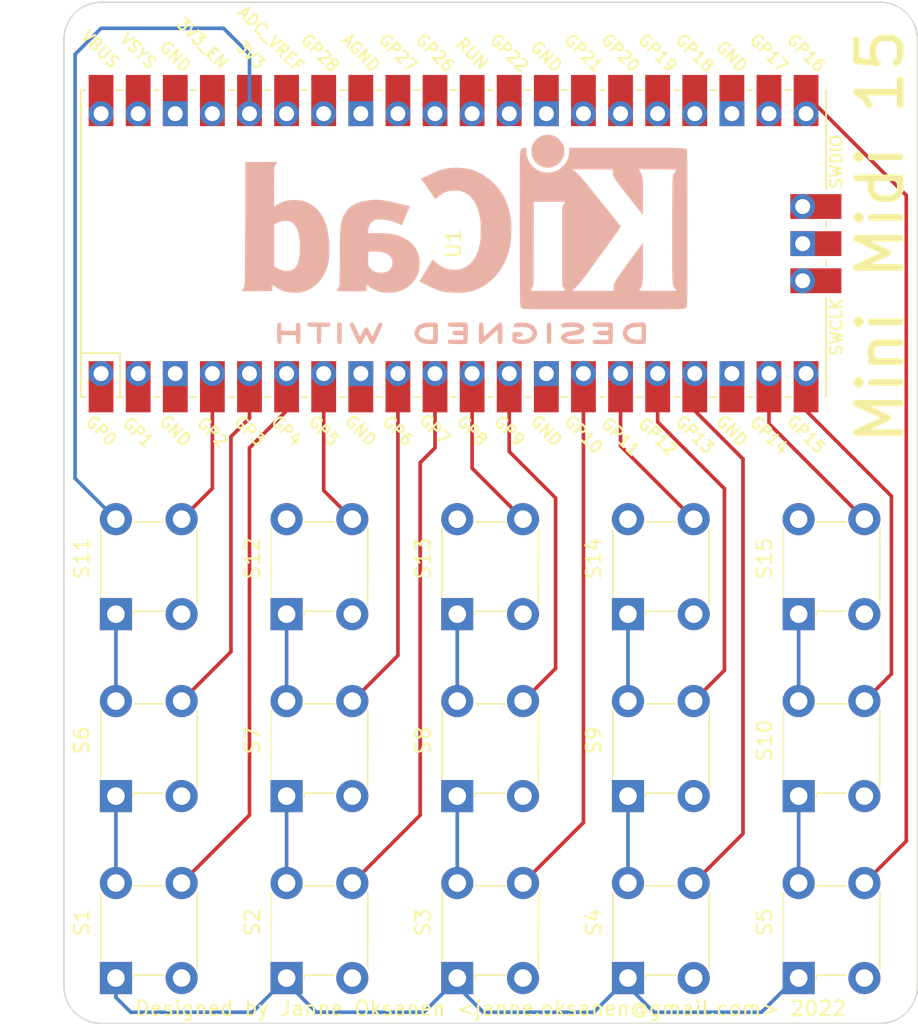
<source format=kicad_pcb>
(kicad_pcb (version 20211014) (generator pcbnew)
  (layers (0 "F.Cu" signal) (31 "B.Cu" signal) (34 "B.Paste" user) (35 "F.Paste" user) (36 "B.SilkS" user "B.Silkscreen") (37 "F.SilkS" user "F.Silkscreen") (38 "B.Mask" user) (39 "F.Mask" user) (44 "Edge.Cuts" user))
  (net 0 "")
  (net 1 "Net-(S1-Pad1)")
  (net 2 "Net-(S1-Pad2)")
  (net 3 "Net-(S2-Pad2)")
  (net 4 "Net-(S4-Pad2)")
  (net 5 "Net-(S10-Pad2)")
  (net 6 "Net-(S11-Pad2)")
  (net 34 "Net-(S1-Pad4)")
  (net 36 "Net-(S2-Pad4)")
  (net 38 "Net-(S3-Pad2)")
  (net 39 "Net-(S3-Pad4)")
  (net 41 "Net-(S4-Pad4)")
  (net 43 "Net-(S10-Pad1)")
  (net 44 "Net-(S5-Pad4)")
  (net 46 "Net-(S11-Pad1)")
  (net 47 "Net-(S6-Pad4)")
  (net 49 "Net-(S12-Pad1)")
  (net 50 "Net-(S7-Pad4)")
  (net 52 "Net-(S13-Pad1)")
  (net 53 "Net-(S8-Pad4)")
  (net 55 "Net-(S14-Pad1)")
  (net 56 "Net-(S9-Pad4)")
  (net 58 "Net-(S10-Pad4)")
  (net 60 "Net-(S11-Pad4)")
  (net 63 "Net-(S12-Pad4)")
  (net 66 "Net-(S13-Pad4)")
  (net 69 "Net-(S14-Pad4)")
  (net 72 "Net-(S15-Pad4)")
  (footprint "digikey-footprints:Switch_Tactile_THT_6x6mm" (layer "F.Cu") (at 89.154 122.63 90)
    (fp_text reference "S3" (at 3.81 -2.3368 90) (layer "F.SilkS"))
    (fp_text value "1825910-6")
    (pad "1" thru_hole rect locked (at 0 0 90) (size 2.2 2.2) (drill 1.2) (layers *.Cu *.Mask) (net 1 "Net-(S1-Pad1)"))
    (pad "2" thru_hole circle locked (at 6.5 0 90) (size 2.2 2.2) (drill 1.2) (layers *.Cu *.Mask) (net 38 "Net-(S3-Pad2)"))
    (pad "3" thru_hole circle locked (at 0 4.5 90) (size 2.2 2.2) (drill 1.2) (layers *.Cu *.Mask))
    (pad "4" thru_hole circle locked (at 6.5 4.5 90) (size 2.2 2.2) (drill 1.2) (layers *.Cu *.Mask) (net 39 "Net-(S3-Pad4)"))
  )
  (footprint "digikey-footprints:Switch_Tactile_THT_6x6mm" (layer "F.Cu") (at 112.522 110.184 90)
    (fp_text reference "S10" (at 3.81 -2.3368 90) (layer "F.SilkS"))
    (fp_text value "1825910-6")
    (pad "1" thru_hole rect locked (at 0 0 90) (size 2.2 2.2) (drill 1.2) (layers *.Cu *.Mask) (net 43 "Net-(S10-Pad1)"))
    (pad "2" thru_hole circle locked (at 6.5 0 90) (size 2.2 2.2) (drill 1.2) (layers *.Cu *.Mask) (net 5 "Net-(S10-Pad2)"))
    (pad "3" thru_hole circle locked (at 0 4.5 90) (size 2.2 2.2) (drill 1.2) (layers *.Cu *.Mask))
    (pad "4" thru_hole circle locked (at 6.5 4.5 90) (size 2.2 2.2) (drill 1.2) (layers *.Cu *.Mask) (net 58 "Net-(S10-Pad4)"))
  )
  (footprint "digikey-footprints:Switch_Tactile_THT_6x6mm" (layer "F.Cu") (at 100.838 122.63 90)
    (fp_text reference "S4" (at 3.81 -2.3368 90) (layer "F.SilkS"))
    (fp_text value "1825910-6")
    (pad "1" thru_hole rect locked (at 0 0 90) (size 2.2 2.2) (drill 1.2) (layers *.Cu *.Mask) (net 1 "Net-(S1-Pad1)"))
    (pad "2" thru_hole circle locked (at 6.5 0 90) (size 2.2 2.2) (drill 1.2) (layers *.Cu *.Mask) (net 4 "Net-(S4-Pad2)"))
    (pad "3" thru_hole circle locked (at 0 4.5 90) (size 2.2 2.2) (drill 1.2) (layers *.Cu *.Mask))
    (pad "4" thru_hole circle locked (at 6.5 4.5 90) (size 2.2 2.2) (drill 1.2) (layers *.Cu *.Mask) (net 41 "Net-(S4-Pad4)"))
  )
  (footprint "digikey-footprints:Switch_Tactile_THT_6x6mm" (layer "F.Cu") (at 89.154 110.184 90)
    (fp_text reference "S8" (at 3.81 -2.3368 90) (layer "F.SilkS"))
    (fp_text value "1825910-6")
    (pad "1" thru_hole rect locked (at 0 0 90) (size 2.2 2.2) (drill 1.2) (layers *.Cu *.Mask) (net 38 "Net-(S3-Pad2)"))
    (pad "2" thru_hole circle locked (at 6.5 0 90) (size 2.2 2.2) (drill 1.2) (layers *.Cu *.Mask) (net 52 "Net-(S13-Pad1)"))
    (pad "3" thru_hole circle locked (at 0 4.5 90) (size 2.2 2.2) (drill 1.2) (layers *.Cu *.Mask))
    (pad "4" thru_hole circle locked (at 6.5 4.5 90) (size 2.2 2.2) (drill 1.2) (layers *.Cu *.Mask) (net 53 "Net-(S8-Pad4)"))
  )
  (footprint "digikey-footprints:Switch_Tactile_THT_6x6mm" (layer "F.Cu") (at 65.786 97.738 90)
    (fp_text reference "S11" (at 3.81 -2.3368 90) (layer "F.SilkS"))
    (fp_text value "1825910-6")
    (pad "1" thru_hole rect locked (at 0 0 90) (size 2.2 2.2) (drill 1.2) (layers *.Cu *.Mask) (net 46 "Net-(S11-Pad1)"))
    (pad "2" thru_hole circle locked (at 6.5 0 90) (size 2.2 2.2) (drill 1.2) (layers *.Cu *.Mask) (net 6 "Net-(S11-Pad2)"))
    (pad "3" thru_hole circle locked (at 0 4.5 90) (size 2.2 2.2) (drill 1.2) (layers *.Cu *.Mask))
    (pad "4" thru_hole circle locked (at 6.5 4.5 90) (size 2.2 2.2) (drill 1.2) (layers *.Cu *.Mask) (net 60 "Net-(S11-Pad4)"))
  )
  (footprint "digikey-footprints:Switch_Tactile_THT_6x6mm" (layer "F.Cu") (at 77.47 122.63 90)
    (fp_text reference "S2" (at 3.81 -2.3368 90) (layer "F.SilkS"))
    (fp_text value "1825910-6")
    (pad "1" thru_hole rect locked (at 0 0 90) (size 2.2 2.2) (drill 1.2) (layers *.Cu *.Mask) (net 1 "Net-(S1-Pad1)"))
    (pad "2" thru_hole circle locked (at 6.5 0 90) (size 2.2 2.2) (drill 1.2) (layers *.Cu *.Mask) (net 3 "Net-(S2-Pad2)"))
    (pad "3" thru_hole circle locked (at 0 4.5 90) (size 2.2 2.2) (drill 1.2) (layers *.Cu *.Mask))
    (pad "4" thru_hole circle locked (at 6.5 4.5 90) (size 2.2 2.2) (drill 1.2) (layers *.Cu *.Mask) (net 36 "Net-(S2-Pad4)"))
  )
  (footprint "digikey-footprints:Switch_Tactile_THT_6x6mm" (layer "F.Cu") (at 112.522 97.738 90)
    (fp_text reference "S15" (at 3.81 -2.3368 90) (layer "F.SilkS"))
    (fp_text value "1825910-6")
    (pad "1" thru_hole rect locked (at 0 0 90) (size 2.2 2.2) (drill 1.2) (layers *.Cu *.Mask) (net 5 "Net-(S10-Pad2)"))
    (pad "2" thru_hole circle locked (at 6.5 0 90) (size 2.2 2.2) (drill 1.2) (layers *.Cu *.Mask))
    (pad "3" thru_hole circle locked (at 0 4.5 90) (size 2.2 2.2) (drill 1.2) (layers *.Cu *.Mask))
    (pad "4" thru_hole circle locked (at 6.5 4.5 90) (size 2.2 2.2) (drill 1.2) (layers *.Cu *.Mask) (net 72 "Net-(S15-Pad4)"))
  )
  (footprint "digikey-footprints:Switch_Tactile_THT_6x6mm" (layer "F.Cu") (at 100.838 97.738 90)
    (fp_text reference "S14" (at 3.81 -2.3368 90) (layer "F.SilkS"))
    (fp_text value "1825910-6")
    (pad "1" thru_hole rect locked (at 0 0 90) (size 2.2 2.2) (drill 1.2) (layers *.Cu *.Mask) (net 55 "Net-(S14-Pad1)"))
    (pad "2" thru_hole circle locked (at 6.5 0 90) (size 2.2 2.2) (drill 1.2) (layers *.Cu *.Mask))
    (pad "3" thru_hole circle locked (at 0 4.5 90) (size 2.2 2.2) (drill 1.2) (layers *.Cu *.Mask))
    (pad "4" thru_hole circle locked (at 6.5 4.5 90) (size 2.2 2.2) (drill 1.2) (layers *.Cu *.Mask) (net 69 "Net-(S14-Pad4)"))
  )
  (footprint "digikey-footprints:Switch_Tactile_THT_6x6mm" (layer "F.Cu") (at 100.838 110.184 90)
    (fp_text reference "S9" (at 3.81 -2.3368 90) (layer "F.SilkS"))
    (fp_text value "1825910-6")
    (pad "1" thru_hole rect locked (at 0 0 90) (size 2.2 2.2) (drill 1.2) (layers *.Cu *.Mask) (net 4 "Net-(S4-Pad2)"))
    (pad "2" thru_hole circle locked (at 6.5 0 90) (size 2.2 2.2) (drill 1.2) (layers *.Cu *.Mask) (net 55 "Net-(S14-Pad1)"))
    (pad "3" thru_hole circle locked (at 0 4.5 90) (size 2.2 2.2) (drill 1.2) (layers *.Cu *.Mask))
    (pad "4" thru_hole circle locked (at 6.5 4.5 90) (size 2.2 2.2) (drill 1.2) (layers *.Cu *.Mask) (net 56 "Net-(S9-Pad4)"))
  )
  (footprint "digikey-footprints:Switch_Tactile_THT_6x6mm" (layer "F.Cu") (at 77.47 110.184 90)
    (fp_text reference "S7" (at 3.81 -2.3368 90) (layer "F.SilkS"))
    (fp_text value "1825910-6")
    (pad "1" thru_hole rect locked (at 0 0 90) (size 2.2 2.2) (drill 1.2) (layers *.Cu *.Mask) (net 3 "Net-(S2-Pad2)"))
    (pad "2" thru_hole circle locked (at 6.5 0 90) (size 2.2 2.2) (drill 1.2) (layers *.Cu *.Mask) (net 49 "Net-(S12-Pad1)"))
    (pad "3" thru_hole circle locked (at 0 4.5 90) (size 2.2 2.2) (drill 1.2) (layers *.Cu *.Mask))
    (pad "4" thru_hole circle locked (at 6.5 4.5 90) (size 2.2 2.2) (drill 1.2) (layers *.Cu *.Mask) (net 50 "Net-(S7-Pad4)"))
  )
  (footprint "digikey-footprints:Switch_Tactile_THT_6x6mm" (layer "F.Cu") (at 77.47 97.738 90)
    (fp_text reference "S12" (at 3.81 -2.3368 90) (layer "F.SilkS"))
    (fp_text value "1825910-6")
    (pad "1" thru_hole rect locked (at 0 0 90) (size 2.2 2.2) (drill 1.2) (layers *.Cu *.Mask) (net 49 "Net-(S12-Pad1)"))
    (pad "2" thru_hole circle locked (at 6.5 0 90) (size 2.2 2.2) (drill 1.2) (layers *.Cu *.Mask))
    (pad "3" thru_hole circle locked (at 0 4.5 90) (size 2.2 2.2) (drill 1.2) (layers *.Cu *.Mask))
    (pad "4" thru_hole circle locked (at 6.5 4.5 90) (size 2.2 2.2) (drill 1.2) (layers *.Cu *.Mask) (net 63 "Net-(S12-Pad4)"))
  )
  (footprint "MCU_RaspberryPi_and_Boards:RPi_Pico_SMD_TH" (layer "F.Cu") (at 88.9 72.39 90)
    (fp_text reference "U1" (at 0 0 90) (layer "F.SilkS"))
    (fp_text value "Pico")
    (fp_text user "GP9" (at -12.8 3.81 135) (layer "F.SilkS") (effects (font (size 0.8 0.8))))
    (fp_text user "GP20" (at 13.054 11.43 135) (layer "F.SilkS") (effects (font (size 0.8 0.8))))
    (fp_text user "GND" (at 12.8 6.35 135) (layer "F.SilkS") (effects (font (size 0.8 0.8))))
    (fp_text user "GP21" (at 13.054 8.9 135) (layer "F.SilkS") (effects (font (size 0.8 0.8))))
    (fp_text user "3V3_EN" (at 13.7 -17.2 135) (layer "F.SilkS") (effects (font (size 0.8 0.8))))
    (fp_text user "VBUS" (at 13.3 -24.2 135) (layer "F.SilkS") (effects (font (size 0.8 0.8))))
    (fp_text user "SWCLK" (at -5.7 26.2 90) (layer "F.SilkS") (effects (font (size 0.8 0.8))))
    (fp_text user "GP4" (at -12.8 -11.43 135) (layer "F.SilkS") (effects (font (size 0.8 0.8))))
    (fp_text user "GP12" (at -13.2 13.97 135) (layer "F.SilkS") (effects (font (size 0.8 0.8))))
    (fp_text user "GP27" (at 13.054 -3.8 135) (layer "F.SilkS") (effects (font (size 0.8 0.8))))
    (fp_text user "GND" (at -12.8 -19.05 135) (layer "F.SilkS") (effects (font (size 0.8 0.8))))
    (fp_text user "GP14" (at -13.1 21.59 135) (layer "F.SilkS") (effects (font (size 0.8 0.8))))
    (fp_text user "GP2" (at -12.9 -16.51 135) (layer "F.SilkS") (effects (font (size 0.8 0.8))))
    (fp_text user "GP16" (at 13.054 24.13 135) (layer "F.SilkS") (effects (font (size 0.8 0.8))))
    (fp_text user "VSYS" (at 13.2 -21.59 135) (layer "F.SilkS") (effects (font (size 0.8 0.8))))
    (fp_text user "GP6" (at -12.8 -3.81 135) (layer "F.SilkS") (effects (font (size 0.8 0.8))))
    (fp_text user "RUN" (at 13 1.27 135) (layer "F.SilkS") (effects (font (size 0.8 0.8))))
    (fp_text user "GP19" (at 13.054 13.97 135) (layer "F.SilkS") (effects (font (size 0.8 0.8))))
    (fp_text user "SWDIO" (at 5.6 26.2 90) (layer "F.SilkS") (effects (font (size 0.8 0.8))))
    (fp_text user "GP28" (at 13.054 -9.144 135) (layer "F.SilkS") (effects (font (size 0.8 0.8))))
    (fp_text user "GP10" (at -13.054 8.89 135) (layer "F.SilkS") (effects (font (size 0.8 0.8))))
    (fp_text user "3V3" (at 12.9 -13.9 135) (layer "F.SilkS") (effects (font (size 0.8 0.8))))
    (fp_text user "GP1" (at -12.9 -21.6 135) (layer "F.SilkS") (effects (font (size 0.8 0.8))))
    (fp_text user "GP8" (at -12.8 1.27 135) (layer "F.SilkS") (effects (font (size 0.8 0.8))))
    (fp_text user "GP0" (at -12.8 -24.13 135) (layer "F.SilkS") (effects (font (size 0.8 0.8))))
    (fp_text user "GP5" (at -12.8 -8.89 135) (layer "F.SilkS") (effects (font (size 0.8 0.8))))
    (fp_text user "GP3" (at -12.8 -13.97 135) (layer "F.SilkS") (effects (font (size 0.8 0.8))))
    (fp_text user "GND" (at -12.8 -6.35 135) (layer "F.SilkS") (effects (font (size 0.8 0.8))))
    (fp_text user "GP26" (at 13.054 -1.27 135) (layer "F.SilkS") (effects (font (size 0.8 0.8))))
    (fp_text user "GND" (at 12.8 19.05 135) (layer "F.SilkS") (effects (font (size 0.8 0.8))))
    (fp_text user "GND" (at -12.8 19.05 135) (layer "F.SilkS") (effects (font (size 0.8 0.8))))
    (fp_text user "AGND" (at 13.054 -6.35 135) (layer "F.SilkS") (effects (font (size 0.8 0.8))))
    (fp_text user "GP17" (at 13.054 21.59 135) (layer "F.SilkS") (effects (font (size 0.8 0.8))))
    (fp_text user "GP7" (at -12.7 -1.3 135) (layer "F.SilkS") (effects (font (size 0.8 0.8))))
    (fp_text user "ADC_VREF" (at 14 -12.5 135) (layer "F.SilkS") (effects (font (size 0.8 0.8))))
    (fp_text user "GND" (at -12.8 6.35 135) (layer "F.SilkS") (effects (font (size 0.8 0.8))))
    (fp_text user "GP15" (at -13.054 24.13 135) (layer "F.SilkS") (effects (font (size 0.8 0.8))))
    (fp_text user "GP11" (at -13.2 11.43 135) (layer "F.SilkS") (effects (font (size 0.8 0.8))))
    (fp_text user "GP18" (at 13.054 16.51 135) (layer "F.SilkS") (effects (font (size 0.8 0.8))))
    (fp_text user "GND" (at 12.8 -19.05 135) (layer "F.SilkS") (effects (font (size 0.8 0.8))))
    (fp_text user "GP13" (at -13.054 16.51 135) (layer "F.SilkS") (effects (font (size 0.8 0.8))))
    (fp_text user "GP22" (at 13.054 3.81 135) (layer "F.SilkS") (effects (font (size 0.8 0.8))))
    (pad "" np_thru_hole oval locked (at -2.425 -20.97 90) (size 1.5 1.5) (drill 1.5) (layers *.Cu *.Mask))
    (pad "" np_thru_hole oval locked (at -2.725 -24 90) (size 1.8 1.8) (drill 1.8) (layers *.Cu *.Mask))
    (pad "" np_thru_hole oval locked (at 2.725 -24 90) (size 1.8 1.8) (drill 1.8) (layers *.Cu *.Mask))
    (pad "" np_thru_hole oval locked (at 2.425 -20.97 90) (size 1.5 1.5) (drill 1.5) (layers *.Cu *.Mask))
    (pad "1" thru_hole oval locked (at -8.89 -24.13 90) (size 1.7 1.7) (drill 1.02) (layers *.Cu *.Mask))
    (pad "1" smd rect locked (at -8.89 -24.13 90) (size 3.5 1.7) (drill (offset -0.9 0)) (layers "F.Cu" "F.Mask"))
    (pad "2" smd rect locked (at -8.89 -21.59 90) (size 3.5 1.7) (drill (offset -0.9 0)) (layers "F.Cu" "F.Mask"))
    (pad "2" thru_hole oval locked (at -8.89 -21.59 90) (size 1.7 1.7) (drill 1.02) (layers *.Cu *.Mask))
    (pad "3" smd rect locked (at -8.89 -19.05 90) (size 3.5 1.7) (drill (offset -0.9 0)) (layers "F.Cu" "F.Mask"))
    (pad "3" thru_hole rect locked (at -8.89 -19.05 90) (size 1.7 1.7) (drill 1.02) (layers *.Cu *.Mask))
    (pad "4" thru_hole oval locked (at -8.89 -16.51 90) (size 1.7 1.7) (drill 1.02) (layers *.Cu *.Mask) (net 60 "Net-(S11-Pad4)"))
    (pad "4" smd rect locked (at -8.89 -16.51 90) (size 3.5 1.7) (drill (offset -0.9 0)) (layers "F.Cu" "F.Mask") (net 60 "Net-(S11-Pad4)"))
    (pad "5" thru_hole oval locked (at -8.89 -13.97 90) (size 1.7 1.7) (drill 1.02) (layers *.Cu *.Mask) (net 47 "Net-(S6-Pad4)"))
    (pad "5" smd rect locked (at -8.89 -13.97 90) (size 3.5 1.7) (drill (offset -0.9 0)) (layers "F.Cu" "F.Mask") (net 47 "Net-(S6-Pad4)"))
    (pad "6" smd rect locked (at -8.89 -11.43 90) (size 3.5 1.7) (drill (offset -0.9 0)) (layers "F.Cu" "F.Mask") (net 34 "Net-(S1-Pad4)"))
    (pad "6" thru_hole oval locked (at -8.89 -11.43 90) (size 1.7 1.7) (drill 1.02) (layers *.Cu *.Mask) (net 34 "Net-(S1-Pad4)"))
    (pad "7" smd rect locked (at -8.89 -8.89 90) (size 3.5 1.7) (drill (offset -0.9 0)) (layers "F.Cu" "F.Mask") (net 63 "Net-(S12-Pad4)"))
    (pad "7" thru_hole oval locked (at -8.89 -8.89 90) (size 1.7 1.7) (drill 1.02) (layers *.Cu *.Mask) (net 63 "Net-(S12-Pad4)"))
    (pad "8" thru_hole rect locked (at -8.89 -6.35 90) (size 1.7 1.7) (drill 1.02) (layers *.Cu *.Mask))
    (pad "8" smd rect locked (at -8.89 -6.35 90) (size 3.5 1.7) (drill (offset -0.9 0)) (layers "F.Cu" "F.Mask"))
    (pad "9" smd rect locked (at -8.89 -3.81 90) (size 3.5 1.7) (drill (offset -0.9 0)) (layers "F.Cu" "F.Mask") (net 50 "Net-(S7-Pad4)"))
    (pad "9" thru_hole oval locked (at -8.89 -3.81 90) (size 1.7 1.7) (drill 1.02) (layers *.Cu *.Mask) (net 50 "Net-(S7-Pad4)"))
    (pad "10" thru_hole oval locked (at -8.89 -1.27 90) (size 1.7 1.7) (drill 1.02) (layers *.Cu *.Mask) (net 36 "Net-(S2-Pad4)"))
    (pad "10" smd rect locked (at -8.89 -1.27 90) (size 3.5 1.7) (drill (offset -0.9 0)) (layers "F.Cu" "F.Mask") (net 36 "Net-(S2-Pad4)"))
    (pad "11" thru_hole oval locked (at -8.89 1.27 90) (size 1.7 1.7) (drill 1.02) (layers *.Cu *.Mask) (net 66 "Net-(S13-Pad4)"))
    (pad "11" smd rect locked (at -8.89 1.27 90) (size 3.5 1.7) (drill (offset -0.9 0)) (layers "F.Cu" "F.Mask") (net 66 "Net-(S13-Pad4)"))
    (pad "12" thru_hole oval locked (at -8.89 3.81 90) (size 1.7 1.7) (drill 1.02) (layers *.Cu *.Mask) (net 53 "Net-(S8-Pad4)"))
    (pad "12" smd rect locked (at -8.89 3.81 90) (size 3.5 1.7) (drill (offset -0.9 0)) (layers "F.Cu" "F.Mask") (net 53 "Net-(S8-Pad4)"))
    (pad "13" smd rect locked (at -8.89 6.35 90) (size 3.5 1.7) (drill (offset -0.9 0)) (layers "F.Cu" "F.Mask"))
    (pad "13" thru_hole rect locked (at -8.89 6.35 90) (size 1.7 1.7) (drill 1.02) (layers *.Cu *.Mask))
    (pad "14" thru_hole oval locked (at -8.89 8.89 90) (size 1.7 1.7) (drill 1.02) (layers *.Cu *.Mask) (net 39 "Net-(S3-Pad4)"))
    (pad "14" smd rect locked (at -8.89 8.89 90) (size 3.5 1.7) (drill (offset -0.9 0)) (layers "F.Cu" "F.Mask") (net 39 "Net-(S3-Pad4)"))
    (pad "15" thru_hole oval locked (at -8.89 11.43 90) (size 1.7 1.7) (drill 1.02) (layers *.Cu *.Mask) (net 69 "Net-(S14-Pad4)"))
    (pad "15" smd rect locked (at -8.89 11.43 90) (size 3.5 1.7) (drill (offset -0.9 0)) (layers "F.Cu" "F.Mask") (net 69 "Net-(S14-Pad4)"))
    (pad "16" thru_hole oval locked (at -8.89 13.97 90) (size 1.7 1.7) (drill 1.02) (layers *.Cu *.Mask) (net 56 "Net-(S9-Pad4)"))
    (pad "16" smd rect locked (at -8.89 13.97 90) (size 3.5 1.7) (drill (offset -0.9 0)) (layers "F.Cu" "F.Mask") (net 56 "Net-(S9-Pad4)"))
    (pad "17" smd rect locked (at -8.89 16.51 90) (size 3.5 1.7) (drill (offset -0.9 0)) (layers "F.Cu" "F.Mask") (net 41 "Net-(S4-Pad4)"))
    (pad "17" thru_hole oval locked (at -8.89 16.51 90) (size 1.7 1.7) (drill 1.02) (layers *.Cu *.Mask) (net 41 "Net-(S4-Pad4)"))
    (pad "18" smd rect locked (at -8.89 19.05 90) (size 3.5 1.7) (drill (offset -0.9 0)) (layers "F.Cu" "F.Mask"))
    (pad "18" thru_hole rect locked (at -8.89 19.05 90) (size 1.7 1.7) (drill 1.02) (layers *.Cu *.Mask))
    (pad "19" thru_hole oval locked (at -8.89 21.59 90) (size 1.7 1.7) (drill 1.02) (layers *.Cu *.Mask) (net 72 "Net-(S15-Pad4)"))
    (pad "19" smd rect locked (at -8.89 21.59 90) (size 3.5 1.7) (drill (offset -0.9 0)) (layers "F.Cu" "F.Mask") (net 72 "Net-(S15-Pad4)"))
    (pad "20" smd rect locked (at -8.89 24.13 90) (size 3.5 1.7) (drill (offset -0.9 0)) (layers "F.Cu" "F.Mask") (net 58 "Net-(S10-Pad4)"))
    (pad "20" thru_hole oval locked (at -8.89 24.13 90) (size 1.7 1.7) (drill 1.02) (layers *.Cu *.Mask) (net 58 "Net-(S10-Pad4)"))
    (pad "21" thru_hole oval locked (at 8.89 24.13 90) (size 1.7 1.7) (drill 1.02) (layers *.Cu *.Mask) (net 44 "Net-(S5-Pad4)"))
    (pad "21" smd rect locked (at 8.89 24.13 90) (size 3.5 1.7) (drill (offset 0.9 0)) (layers "F.Cu" "F.Mask") (net 44 "Net-(S5-Pad4)"))
    (pad "22" thru_hole oval locked (at 8.89 21.59 90) (size 1.7 1.7) (drill 1.02) (layers *.Cu *.Mask))
    (pad "22" smd rect locked (at 8.89 21.59 90) (size 3.5 1.7) (drill (offset 0.9 0)) (layers "F.Cu" "F.Mask"))
    (pad "23" thru_hole rect locked (at 8.89 19.05 90) (size 1.7 1.7) (drill 1.02) (layers *.Cu *.Mask))
    (pad "23" smd rect locked (at 8.89 19.05 90) (size 3.5 1.7) (drill (offset 0.9 0)) (layers "F.Cu" "F.Mask"))
    (pad "24" thru_hole oval locked (at 8.89 16.51 90) (size 1.7 1.7) (drill 1.02) (layers *.Cu *.Mask))
    (pad "24" smd rect locked (at 8.89 16.51 90) (size 3.5 1.7) (drill (offset 0.9 0)) (layers "F.Cu" "F.Mask"))
    (pad "25" thru_hole oval locked (at 8.89 13.97 90) (size 1.7 1.7) (drill 1.02) (layers *.Cu *.Mask))
    (pad "25" smd rect locked (at 8.89 13.97 90) (size 3.5 1.7) (drill (offset 0.9 0)) (layers "F.Cu" "F.Mask"))
    (pad "26" smd rect locked (at 8.89 11.43 90) (size 3.5 1.7) (drill (offset 0.9 0)) (layers "F.Cu" "F.Mask"))
    (pad "26" thru_hole oval locked (at 8.89 11.43 90) (size 1.7 1.7) (drill 1.02) (layers *.Cu *.Mask))
    (pad "27" smd rect locked (at 8.89 8.89 90) (size 3.5 1.7) (drill (offset 0.9 0)) (layers "F.Cu" "F.Mask"))
    (pad "27" thru_hole oval locked (at 8.89 8.89 90) (size 1.7 1.7) (drill 1.02) (layers *.Cu *.Mask))
    (pad "28" thru_hole rect locked (at 8.89 6.35 90) (size 1.7 1.7) (drill 1.02) (layers *.Cu *.Mask))
    (pad "28" smd rect locked (at 8.89 6.35 90) (size 3.5 1.7) (drill (offset 0.9 0)) (layers "F.Cu" "F.Mask"))
    (pad "29" smd rect locked (at 8.89 3.81 90) (size 3.5 1.7) (drill (offset 0.9 0)) (layers "F.Cu" "F.Mask"))
    (pad "29" thru_hole oval locked (at 8.89 3.81 90) (size 1.7 1.7) (drill 1.02) (layers *.Cu *.Mask))
    (pad "30" thru_hole oval locked (at 8.89 1.27 90) (size 1.7 1.7) (drill 1.02) (layers *.Cu *.Mask))
    (pad "30" smd rect locked (at 8.89 1.27 90) (size 3.5 1.7) (drill (offset 0.9 0)) (layers "F.Cu" "F.Mask"))
    (pad "31" smd rect locked (at 8.89 -1.27 90) (size 3.5 1.7) (drill (offset 0.9 0)) (layers "F.Cu" "F.Mask"))
    (pad "31" thru_hole oval locked (at 8.89 -1.27 90) (size 1.7 1.7) (drill 1.02) (layers *.Cu *.Mask))
    (pad "32" smd rect locked (at 8.89 -3.81 90) (size 3.5 1.7) (drill (offset 0.9 0)) (layers "F.Cu" "F.Mask"))
    (pad "32" thru_hole oval locked (at 8.89 -3.81 90) (size 1.7 1.7) (drill 1.02) (layers *.Cu *.Mask))
    (pad "33" thru_hole rect locked (at 8.89 -6.35 90) (size 1.7 1.7) (drill 1.02) (layers *.Cu *.Mask))
    (pad "33" smd rect locked (at 8.89 -6.35 90) (size 3.5 1.7) (drill (offset 0.9 0)) (layers "F.Cu" "F.Mask"))
    (pad "34" smd rect locked (at 8.89 -8.89 90) (size 3.5 1.7) (drill (offset 0.9 0)) (layers "F.Cu" "F.Mask"))
    (pad "34" thru_hole oval locked (at 8.89 -8.89 90) (size 1.7 1.7) (drill 1.02) (layers *.Cu *.Mask))
    (pad "35" thru_hole oval locked (at 8.89 -11.43 90) (size 1.7 1.7) (drill 1.02) (layers *.Cu *.Mask))
    (pad "35" smd rect locked (at 8.89 -11.43 90) (size 3.5 1.7) (drill (offset 0.9 0)) (layers "F.Cu" "F.Mask"))
    (pad "36" thru_hole oval locked (at 8.89 -13.97 90) (size 1.7 1.7) (drill 1.02) (layers *.Cu *.Mask) (net 6 "Net-(S11-Pad2)"))
    (pad "36" smd rect locked (at 8.89 -13.97 90) (size 3.5 1.7) (drill (offset 0.9 0)) (layers "F.Cu" "F.Mask") (net 6 "Net-(S11-Pad2)"))
    (pad "37" thru_hole oval locked (at 8.89 -16.51 90) (size 1.7 1.7) (drill 1.02) (layers *.Cu *.Mask))
    (pad "37" smd rect locked (at 8.89 -16.51 90) (size 3.5 1.7) (drill (offset 0.9 0)) (layers "F.Cu" "F.Mask"))
    (pad "38" thru_hole rect locked (at 8.89 -19.05 90) (size 1.7 1.7) (drill 1.02) (layers *.Cu *.Mask))
    (pad "38" smd rect locked (at 8.89 -19.05 90) (size 3.5 1.7) (drill (offset 0.9 0)) (layers "F.Cu" "F.Mask"))
    (pad "39" thru_hole oval locked (at 8.89 -21.59 90) (size 1.7 1.7) (drill 1.02) (layers *.Cu *.Mask))
    (pad "39" smd rect locked (at 8.89 -21.59 90) (size 3.5 1.7) (drill (offset 0.9 0)) (layers "F.Cu" "F.Mask"))
    (pad "40" smd rect locked (at 8.89 -24.13 90) (size 3.5 1.7) (drill (offset 0.9 0)) (layers "F.Cu" "F.Mask"))
    (pad "40" thru_hole oval locked (at 8.89 -24.13 90) (size 1.7 1.7) (drill 1.02) (layers *.Cu *.Mask))
    (pad "41" smd rect locked (at -2.54 23.9 180) (size 3.5 1.7) (drill (offset -0.9 0)) (layers "F.Cu" "F.Mask"))
    (pad "41" thru_hole oval locked (at -2.54 23.9 90) (size 1.7 1.7) (drill 1.02) (layers *.Cu *.Mask))
    (pad "42" thru_hole rect locked (at 0 23.9 90) (size 1.7 1.7) (drill 1.02) (layers *.Cu *.Mask))
    (pad "42" smd rect locked (at 0 23.9 180) (size 3.5 1.7) (drill (offset -0.9 0)) (layers "F.Cu" "F.Mask"))
    (pad "43" thru_hole oval locked (at 2.54 23.9 90) (size 1.7 1.7) (drill 1.02) (layers *.Cu *.Mask))
    (pad "43" smd rect locked (at 2.54 23.9 180) (size 3.5 1.7) (drill (offset -0.9 0)) (layers "F.Cu" "F.Mask"))
  )
  (footprint "digikey-footprints:Switch_Tactile_THT_6x6mm" (layer "F.Cu") (at 65.786 110.184 90)
    (fp_text reference "S6" (at 3.81 -2.3368 90) (layer "F.SilkS"))
    (fp_text value "1825910-6")
    (pad "1" thru_hole rect locked (at 0 0 90) (size 2.2 2.2) (drill 1.2) (layers *.Cu *.Mask) (net 2 "Net-(S1-Pad2)"))
    (pad "2" thru_hole circle locked (at 6.5 0 90) (size 2.2 2.2) (drill 1.2) (layers *.Cu *.Mask) (net 46 "Net-(S11-Pad1)"))
    (pad "3" thru_hole circle locked (at 0 4.5 90) (size 2.2 2.2) (drill 1.2) (layers *.Cu *.Mask))
    (pad "4" thru_hole circle locked (at 6.5 4.5 90) (size 2.2 2.2) (drill 1.2) (layers *.Cu *.Mask) (net 47 "Net-(S6-Pad4)"))
  )
  (footprint "digikey-footprints:Switch_Tactile_THT_6x6mm" (layer "F.Cu") (at 89.154 97.738 90)
    (fp_text reference "S13" (at 3.81 -2.3368 90) (layer "F.SilkS"))
    (fp_text value "1825910-6")
    (pad "1" thru_hole rect locked (at 0 0 90) (size 2.2 2.2) (drill 1.2) (layers *.Cu *.Mask) (net 52 "Net-(S13-Pad1)"))
    (pad "2" thru_hole circle locked (at 6.5 0 90) (size 2.2 2.2) (drill 1.2) (layers *.Cu *.Mask))
    (pad "3" thru_hole circle locked (at 0 4.5 90) (size 2.2 2.2) (drill 1.2) (layers *.Cu *.Mask))
    (pad "4" thru_hole circle locked (at 6.5 4.5 90) (size 2.2 2.2) (drill 1.2) (layers *.Cu *.Mask) (net 66 "Net-(S13-Pad4)"))
  )
  (footprint "digikey-footprints:Switch_Tactile_THT_6x6mm" (layer "F.Cu") (at 65.786 122.63 90)
    (fp_text reference "S1" (at 3.81 -2.3368 90) (layer "F.SilkS"))
    (fp_text value "1825910-6")
    (pad "1" thru_hole rect locked (at 0 0 90) (size 2.2 2.2) (drill 1.2) (layers *.Cu *.Mask) (net 1 "Net-(S1-Pad1)"))
    (pad "2" thru_hole circle locked (at 6.5 0 90) (size 2.2 2.2) (drill 1.2) (layers *.Cu *.Mask) (net 2 "Net-(S1-Pad2)"))
    (pad "3" thru_hole circle locked (at 0 4.5 90) (size 2.2 2.2) (drill 1.2) (layers *.Cu *.Mask))
    (pad "4" thru_hole circle locked (at 6.5 4.5 90) (size 2.2 2.2) (drill 1.2) (layers *.Cu *.Mask) (net 34 "Net-(S1-Pad4)"))
  )
  (footprint "digikey-footprints:Switch_Tactile_THT_6x6mm" (layer "F.Cu") (at 112.522 122.63 90)
    (fp_text reference "S5" (at 3.81 -2.3368 90) (layer "F.SilkS"))
    (fp_text value "1825910-6")
    (pad "1" thru_hole rect locked (at 0 0 90) (size 2.2 2.2) (drill 1.2) (layers *.Cu *.Mask) (net 1 "Net-(S1-Pad1)"))
    (pad "2" thru_hole circle locked (at 6.5 0 90) (size 2.2 2.2) (drill 1.2) (layers *.Cu *.Mask) (net 43 "Net-(S10-Pad1)"))
    (pad "3" thru_hole circle locked (at 0 4.5 90) (size 2.2 2.2) (drill 1.2) (layers *.Cu *.Mask))
    (pad "4" thru_hole circle locked (at 6.5 4.5 90) (size 2.2 2.2) (drill 1.2) (layers *.Cu *.Mask) (net 44 "Net-(S5-Pad4)"))
  )
  (footprint "Symbol:KiCad-Logo2_12mm_SilkScreen" (layer "B.Cu") (at 89.662 70.866 180)
    (fp_text reference "REF**" hide)
    (fp_text value "KiCad-Logo2_12mm_SilkScreen" hide)
  )
  (gr_line locked (start 120.65 123.19) (end 120.65 58.42) (layer "Edge.Cuts") (width 0.1))
  (gr_arc locked (start 118.11 55.88) (mid 119.906051 56.623949) (end 120.65 58.42) (layer "Edge.Cuts") (width 0.1))
  (gr_line locked (start 62.23 58.42) (end 62.23 123.19) (layer "Edge.Cuts") (width 0.1))
  (gr_line locked (start 118.11 55.88) (end 64.77 55.88) (layer "Edge.Cuts") (width 0.1))
  (gr_arc locked (start 62.23 58.42) (mid 62.973949 56.623949) (end 64.77 55.88) (layer "Edge.Cuts") (width 0.1))
  (gr_arc locked (start 64.77 125.73) (mid 62.973949 124.986051) (end 62.23 123.19) (layer "Edge.Cuts") (width 0.1))
  (gr_line locked (start 64.77 125.73) (end 118.11 125.73) (layer "Edge.Cuts") (width 0.1))
  (gr_arc locked (start 120.65 123.19) (mid 119.906051 124.986051) (end 118.11 125.73) (layer "Edge.Cuts") (width 0.1))
  (gr_text "Designed by Janne Oksanen <janne.oksanen@gmail.com> 2022" (at 91.44 124.714) (layer "F.SilkS") (effects (font (size 1 1))))
  (gr_text "Mini Midi 15" (at 118.11 71.882 90) (layer "F.SilkS") (effects (font (size 3 3) (thickness 0.45))))
  (segment (start 65.786 122.63) (end 65.786 123.952) (width 0.25) (layer "B.Cu") (net 1))
  (segment (start 102.616 124.968) (end 109.982 124.968) (width 0.25) (layer "B.Cu") (net 1))
  (segment (start 100.838 123.19) (end 102.616 124.968) (width 0.25) (layer "B.Cu") (net 1))
  (segment (start 66.802 124.968) (end 75.132 124.968) (width 0.25) (layer "B.Cu") (net 1))
  (segment (start 89.154 123.19) (end 90.932 124.968) (width 0.25) (layer "B.Cu") (net 1))
  (segment (start 100.838 122.63) (end 100.838 123.19) (width 0.25) (layer "B.Cu") (net 1))
  (segment (start 90.932 124.968) (end 98.5 124.968) (width 0.25) (layer "B.Cu") (net 1))
  (segment (start 75.132 124.968) (end 77.47 122.63) (width 0.25) (layer "B.Cu") (net 1))
  (segment (start 89.154 122.63) (end 89.154 123.19) (width 0.25) (layer "B.Cu") (net 1))
  (segment (start 109.982 124.968) (end 112.32 122.63) (width 0.25) (layer "B.Cu") (net 1))
  (segment (start 77.47 122.936) (end 79.502 124.968) (width 0.25) (layer "B.Cu") (net 1))
  (segment (start 112.32 122.63) (end 112.522 122.63) (width 0.25) (layer "B.Cu") (net 1))
  (segment (start 65.786 123.952) (end 66.802 124.968) (width 0.25) (layer "B.Cu") (net 1))
  (segment (start 98.5 124.968) (end 100.838 122.63) (width 0.25) (layer "B.Cu") (net 1))
  (segment (start 86.868 124.968) (end 89.154 122.682) (width 0.25) (layer "B.Cu") (net 1))
  (segment (start 79.502 124.968) (end 86.868 124.968) (width 0.25) (layer "B.Cu") (net 1))
  (segment (start 77.47 122.63) (end 77.47 122.936) (width 0.25) (layer "B.Cu") (net 1))
  (segment (start 89.154 122.682) (end 89.154 122.63) (width 0.25) (layer "B.Cu") (net 1))
  (segment (start 65.786 110.184) (end 65.786 116.13) (width 0.25) (layer "B.Cu") (net 2))
  (segment (start 77.47 116.13) (end 77.47 110.184) (width 0.25) (layer "B.Cu") (net 3))
  (segment (start 100.838 116.13) (end 100.838 110.184) (width 0.25) (layer "B.Cu") (net 4))
  (segment (start 112.522 103.684) (end 112.522 97.738) (width 0.25) (layer "B.Cu") (net 5))
  (segment (start 73.152 57.658) (end 64.77 57.658) (width 0.25) (layer "B.Cu") (net 6))
  (segment (start 62.992 88.444) (end 62.992 59.436) (width 0.25) (layer "B.Cu") (net 6))
  (segment (start 65.786 91.238) (end 62.992 88.444) (width 0.25) (layer "B.Cu") (net 6))
  (segment (start 64.77 57.658) (end 62.992 59.436) (width 0.25) (layer "B.Cu") (net 6))
  (segment (start 74.93 63.5) (end 74.93 59.436) (width 0.25) (layer "B.Cu") (net 6))
  (segment (start 74.93 59.436) (end 73.152 57.658) (width 0.25) (layer "B.Cu") (net 6))
  (segment (start 74.93 86.36) (end 74.93 111.486) (width 0.25) (layer "F.Cu") (net 34))
  (segment (start 77.47 83.82) (end 74.93 86.36) (width 0.25) (layer "F.Cu") (net 34))
  (segment (start 74.93 111.486) (end 70.286 116.13) (width 0.25) (layer "F.Cu") (net 34))
  (segment (start 86.614 111.486) (end 86.614 87.376) (width 0.25) (layer "F.Cu") (net 36))
  (segment (start 86.614 87.376) (end 87.63 86.36) (width 0.25) (layer "F.Cu") (net 36))
  (segment (start 87.63 86.36) (end 87.63 81.28) (width 0.25) (layer "F.Cu") (net 36))
  (segment (start 81.97 116.13) (end 86.614 111.486) (width 0.25) (layer "F.Cu") (net 36))
  (segment (start 89.154 116.13) (end 89.154 110.184) (width 0.25) (layer "B.Cu") (net 38))
  (segment (start 97.79 111.994) (end 93.654 116.13) (width 0.25) (layer "F.Cu") (net 39))
  (segment (start 97.79 111.994) (end 97.79 81.28) (width 0.25) (layer "F.Cu") (net 39))
  (segment (start 108.712 112.756) (end 105.338 116.13) (width 0.25) (layer "F.Cu") (net 41))
  (segment (start 108.712 87.122) (end 108.712 112.756) (width 0.25) (layer "F.Cu") (net 41))
  (segment (start 105.41 83.82) (end 108.712 87.122) (width 0.25) (layer "F.Cu") (net 41))
  (segment (start 112.522 116.13) (end 112.522 110.184) (width 0.25) (layer "B.Cu") (net 43))
  (segment (start 119.888 69.088) (end 119.888 113.264) (width 0.25) (layer "F.Cu") (net 44))
  (segment (start 113.03 62.23) (end 119.888 69.088) (width 0.25) (layer "F.Cu") (net 44))
  (segment (start 119.888 113.264) (end 117.022 116.13) (width 0.25) (layer "F.Cu") (net 44))
  (segment (start 65.786 97.738) (end 65.786 103.684) (width 0.25) (layer "B.Cu") (net 46))
  (segment (start 73.66 100.31) (end 70.286 103.684) (width 0.25) (layer "F.Cu") (net 47))
  (segment (start 73.66 85.598) (end 73.66 100.31) (width 0.25) (layer "F.Cu") (net 47))
  (segment (start 74.93 84.328) (end 74.93 81.28) (width 0.25) (layer "F.Cu") (net 47))
  (segment (start 74.93 84.328) (end 73.66 85.598) (width 0.25) (layer "F.Cu") (net 47))
  (segment (start 77.47 103.684) (end 77.47 97.738) (width 0.25) (layer "B.Cu") (net 49))
  (segment (start 85.09 100.564) (end 85.09 81.28) (width 0.25) (layer "F.Cu") (net 50))
  (segment (start 85.09 100.564) (end 81.97 103.684) (width 0.25) (layer "F.Cu") (net 50))
  (segment (start 89.154 103.684) (end 89.154 97.738) (width 0.25) (layer "B.Cu") (net 52))
  (segment (start 95.885 89.789) (end 95.885 101.453) (width 0.25) (layer "F.Cu") (net 53))
  (segment (start 92.71 86.614) (end 95.885 89.789) (width 0.25) (layer "F.Cu") (net 53))
  (segment (start 92.71 86.614) (end 92.71 81.28) (width 0.25) (layer "F.Cu") (net 53))
  (segment (start 95.885 101.453) (end 93.654 103.684) (width 0.25) (layer "F.Cu") (net 53))
  (segment (start 100.838 103.684) (end 100.838 97.738) (width 0.25) (layer "B.Cu") (net 55))
  (segment (start 107.442 101.58) (end 105.338 103.684) (width 0.25) (layer "F.Cu") (net 56))
  (segment (start 102.87 84.582) (end 102.87 81.28) (width 0.25) (layer "F.Cu") (net 56))
  (segment (start 102.87 84.582) (end 107.442 89.154) (width 0.25) (layer "F.Cu") (net 56))
  (segment (start 107.442 89.154) (end 107.442 101.58) (width 0.25) (layer "F.Cu") (net 56))
  (segment (start 118.872 101.834) (end 117.022 103.684) (width 0.25) (layer "F.Cu") (net 58))
  (segment (start 113.03 83.82) (end 118.872 89.662) (width 0.25) (layer "F.Cu") (net 58))
  (segment (start 118.872 89.662) (end 118.872 101.834) (width 0.25) (layer "F.Cu") (net 58))
  (segment (start 72.39 89.134) (end 72.39 81.28) (width 0.25) (layer "F.Cu") (net 60))
  (segment (start 72.39 89.134) (end 70.286 91.238) (width 0.25) (layer "F.Cu") (net 60))
  (segment (start 80.01 89.278) (end 80.01 81.28) (width 0.25) (layer "F.Cu") (net 63))
  (segment (start 80.01 89.278) (end 81.97 91.238) (width 0.25) (layer "F.Cu") (net 63))
  (segment (start 90.17 87.754) (end 93.654 91.238) (width 0.25) (layer "F.Cu") (net 66))
  (segment (start 90.17 87.754) (end 90.17 81.28) (width 0.25) (layer "F.Cu") (net 66))
  (segment (start 100.33 86.23) (end 100.33 81.28) (width 0.25) (layer "F.Cu") (net 69))
  (segment (start 100.33 86.23) (end 105.338 91.238) (width 0.25) (layer "F.Cu") (net 69))
  (segment (start 110.49 84.706) (end 117.022 91.238) (width 0.25) (layer "F.Cu") (net 72))
  (segment (start 110.49 84.706) (end 110.49 81.28) (width 0.25) (layer "F.Cu") (net 72))
)
</source>
